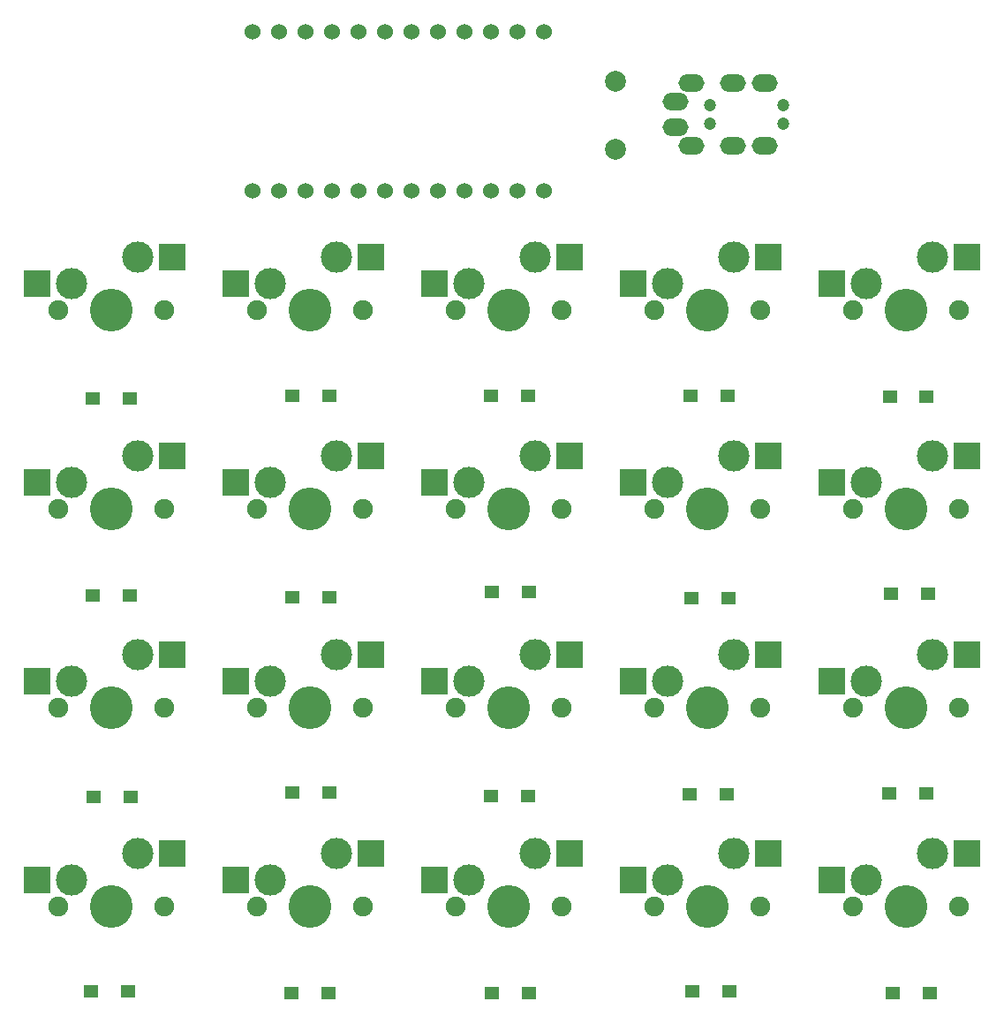
<source format=gbr>
%TF.GenerationSoftware,KiCad,Pcbnew,7.0.1-0*%
%TF.CreationDate,2023-08-16T18:45:31+09:00*%
%TF.ProjectId,jisaku20_right,6a697361-6b75-4323-905f-72696768742e,rev?*%
%TF.SameCoordinates,Original*%
%TF.FileFunction,Soldermask,Bot*%
%TF.FilePolarity,Negative*%
%FSLAX46Y46*%
G04 Gerber Fmt 4.6, Leading zero omitted, Abs format (unit mm)*
G04 Created by KiCad (PCBNEW 7.0.1-0) date 2023-08-16 18:45:31*
%MOMM*%
%LPD*%
G01*
G04 APERTURE LIST*
%ADD10C,1.900000*%
%ADD11C,3.000000*%
%ADD12C,4.100000*%
%ADD13R,2.550000X2.500000*%
%ADD14C,1.524000*%
%ADD15C,1.200000*%
%ADD16O,2.500000X1.700000*%
%ADD17R,1.400000X1.300000*%
%ADD18C,2.000000*%
G04 APERTURE END LIST*
D10*
%TO.C,SW15*%
X71120000Y-38100000D03*
D11*
X72390000Y-35560000D03*
D12*
X76200000Y-38100000D03*
D11*
X78740000Y-33020000D03*
D10*
X81280000Y-38100000D03*
D13*
X69115000Y-35560000D03*
X82042000Y-33020000D03*
%TD*%
D10*
%TO.C,SW1*%
X-5080000Y0D03*
D11*
X-3810000Y2540000D03*
D12*
X0Y0D03*
D11*
X2540000Y5080000D03*
D10*
X5080000Y0D03*
D13*
X-7085000Y2540000D03*
X5842000Y5080000D03*
%TD*%
D14*
%TO.C,U1*%
X13590000Y26652800D03*
X16130000Y26652800D03*
X18670000Y26652800D03*
X21210000Y26652800D03*
X23750000Y26652800D03*
X26290000Y26652800D03*
X28830000Y26652800D03*
X31370000Y26652800D03*
X33910000Y26652800D03*
X36450000Y26652800D03*
X38990000Y26652800D03*
X41530000Y26652800D03*
X41530000Y11432800D03*
X38990000Y11432800D03*
X36450000Y11432800D03*
X33910000Y11432800D03*
X31370000Y11432800D03*
X28830000Y11432800D03*
X26290000Y11432800D03*
X23750000Y11432800D03*
X21210000Y11432800D03*
X18670000Y11432800D03*
X16130000Y11432800D03*
X13590000Y11432800D03*
%TD*%
D10*
%TO.C,SW14*%
X52070000Y-38100000D03*
D11*
X53340000Y-35560000D03*
D12*
X57150000Y-38100000D03*
D11*
X59690000Y-33020000D03*
D10*
X62230000Y-38100000D03*
D13*
X50065000Y-35560000D03*
X62992000Y-33020000D03*
%TD*%
D10*
%TO.C,SW2*%
X13970000Y0D03*
D11*
X15240000Y2540000D03*
D12*
X19050000Y0D03*
D11*
X21590000Y5080000D03*
D10*
X24130000Y0D03*
D13*
X11965000Y2540000D03*
X24892000Y5080000D03*
%TD*%
D10*
%TO.C,SW17*%
X13970000Y-57150000D03*
D11*
X15240000Y-54610000D03*
D12*
X19050000Y-57150000D03*
D11*
X21590000Y-52070000D03*
D10*
X24130000Y-57150000D03*
D13*
X11965000Y-54610000D03*
X24892000Y-52070000D03*
%TD*%
D10*
%TO.C,SW5*%
X71120000Y0D03*
D11*
X72390000Y2540000D03*
D12*
X76200000Y0D03*
D11*
X78740000Y5080000D03*
D10*
X81280000Y0D03*
D13*
X69115000Y2540000D03*
X82042000Y5080000D03*
%TD*%
D10*
%TO.C,SW7*%
X13970000Y-19050000D03*
D11*
X15240000Y-16510000D03*
D12*
X19050000Y-19050000D03*
D11*
X21590000Y-13970000D03*
D10*
X24130000Y-19050000D03*
D13*
X11965000Y-16510000D03*
X24892000Y-13970000D03*
%TD*%
D10*
%TO.C,SW20*%
X71120000Y-57150000D03*
D11*
X72390000Y-54610000D03*
D12*
X76200000Y-57150000D03*
D11*
X78740000Y-52070000D03*
D10*
X81280000Y-57150000D03*
D13*
X69115000Y-54610000D03*
X82042000Y-52070000D03*
%TD*%
D10*
%TO.C,SW8*%
X33020000Y-19050000D03*
D11*
X34290000Y-16510000D03*
D12*
X38100000Y-19050000D03*
D11*
X40640000Y-13970000D03*
D10*
X43180000Y-19050000D03*
D13*
X31015000Y-16510000D03*
X43942000Y-13970000D03*
%TD*%
D10*
%TO.C,SW10*%
X71120000Y-19050000D03*
D11*
X72390000Y-16510000D03*
D12*
X76200000Y-19050000D03*
D11*
X78740000Y-13970000D03*
D10*
X81280000Y-19050000D03*
D13*
X69115000Y-16510000D03*
X82042000Y-13970000D03*
%TD*%
D10*
%TO.C,SW3*%
X33020000Y0D03*
D11*
X34290000Y2540000D03*
D12*
X38100000Y0D03*
D11*
X40640000Y5080000D03*
D10*
X43180000Y0D03*
D13*
X31015000Y2540000D03*
X43942000Y5080000D03*
%TD*%
D10*
%TO.C,SW16*%
X-5080000Y-57150000D03*
D11*
X-3810000Y-54610000D03*
D12*
X0Y-57150000D03*
D11*
X2540000Y-52070000D03*
D10*
X5080000Y-57150000D03*
D13*
X-7085000Y-54610000D03*
X5842000Y-52070000D03*
%TD*%
D10*
%TO.C,SW18*%
X33020000Y-57150000D03*
D11*
X34290000Y-54610000D03*
D12*
X38100000Y-57150000D03*
D11*
X40640000Y-52070000D03*
D10*
X43180000Y-57150000D03*
D13*
X31015000Y-54610000D03*
X43942000Y-52070000D03*
%TD*%
D10*
%TO.C,SW12*%
X13970000Y-38100000D03*
D11*
X15240000Y-35560000D03*
D12*
X19050000Y-38100000D03*
D11*
X21590000Y-33020000D03*
D10*
X24130000Y-38100000D03*
D13*
X11965000Y-35560000D03*
X24892000Y-33020000D03*
%TD*%
D10*
%TO.C,SW9*%
X52070000Y-19050000D03*
D11*
X53340000Y-16510000D03*
D12*
X57150000Y-19050000D03*
D11*
X59690000Y-13970000D03*
D10*
X62230000Y-19050000D03*
D13*
X50065000Y-16510000D03*
X62992000Y-13970000D03*
%TD*%
D10*
%TO.C,SW11*%
X-5080000Y-38100000D03*
D11*
X-3810000Y-35560000D03*
D12*
X0Y-38100000D03*
D11*
X2540000Y-33020000D03*
D10*
X5080000Y-38100000D03*
D13*
X-7085000Y-35560000D03*
X5842000Y-33020000D03*
%TD*%
D10*
%TO.C,SW6*%
X-5080000Y-19050000D03*
D11*
X-3810000Y-16510000D03*
D12*
X0Y-19050000D03*
D11*
X2540000Y-13970000D03*
D10*
X5080000Y-19050000D03*
D13*
X-7085000Y-16510000D03*
X5842000Y-13970000D03*
%TD*%
D10*
%TO.C,SW4*%
X52070000Y0D03*
D11*
X53340000Y2540000D03*
D12*
X57150000Y0D03*
D11*
X59690000Y5080000D03*
D10*
X62230000Y0D03*
D13*
X50065000Y2540000D03*
X62992000Y5080000D03*
%TD*%
D10*
%TO.C,SW13*%
X33020000Y-38100000D03*
D11*
X34290000Y-35560000D03*
D12*
X38100000Y-38100000D03*
D11*
X40640000Y-33020000D03*
D10*
X43180000Y-38100000D03*
D13*
X31015000Y-35560000D03*
X43942000Y-33020000D03*
%TD*%
D10*
%TO.C,SW19*%
X52070000Y-57150000D03*
D11*
X53340000Y-54610000D03*
D12*
X57150000Y-57150000D03*
D11*
X59690000Y-52070000D03*
D10*
X62230000Y-57150000D03*
D13*
X50065000Y-54610000D03*
X62992000Y-52070000D03*
%TD*%
D15*
%TO.C,J1*%
X57430000Y17870000D03*
X64430000Y17870000D03*
X57430000Y19620000D03*
X64430000Y19620000D03*
D16*
X54130000Y17520000D03*
X54130000Y19970000D03*
X62630000Y15770000D03*
X62630000Y21720000D03*
X59630000Y15770000D03*
X59630000Y21720000D03*
X55630000Y15770000D03*
X55630000Y21720000D03*
%TD*%
D17*
%TO.C,D15*%
X74585000Y-46332500D03*
X78135000Y-46332500D03*
%TD*%
%TO.C,D11*%
X-1705000Y-46640000D03*
X1845000Y-46640000D03*
%TD*%
%TO.C,D4*%
X55555000Y-8240000D03*
X59105000Y-8240000D03*
%TD*%
%TO.C,D6*%
X-1725000Y-27340000D03*
X1825000Y-27340000D03*
%TD*%
%TO.C,D9*%
X55665000Y-27630000D03*
X59215000Y-27630000D03*
%TD*%
%TO.C,D8*%
X36535000Y-27050000D03*
X40085000Y-27050000D03*
%TD*%
%TO.C,D20*%
X74920000Y-65430000D03*
X78470000Y-65430000D03*
%TD*%
%TO.C,D17*%
X17286250Y-65430000D03*
X20836250Y-65430000D03*
%TD*%
%TO.C,D12*%
X17367500Y-46230000D03*
X20917500Y-46230000D03*
%TD*%
%TO.C,D10*%
X74795000Y-27195000D03*
X78345000Y-27195000D03*
%TD*%
%TO.C,D5*%
X74655000Y-8300000D03*
X78205000Y-8300000D03*
%TD*%
%TO.C,D13*%
X36440000Y-46537500D03*
X39990000Y-46537500D03*
%TD*%
%TO.C,D1*%
X-1745000Y-8510000D03*
X1805000Y-8510000D03*
%TD*%
%TO.C,D14*%
X55512500Y-46435000D03*
X59062500Y-46435000D03*
%TD*%
%TO.C,D7*%
X17405000Y-27485000D03*
X20955000Y-27485000D03*
%TD*%
D18*
%TO.C,SW21*%
X48360000Y15380000D03*
X48360000Y21880000D03*
%TD*%
D17*
%TO.C,D3*%
X36455000Y-8240000D03*
X40005000Y-8240000D03*
%TD*%
%TO.C,D19*%
X55708750Y-65300000D03*
X59258750Y-65300000D03*
%TD*%
%TO.C,D18*%
X36497500Y-65430000D03*
X40047500Y-65430000D03*
%TD*%
%TO.C,D16*%
X-1925000Y-65300000D03*
X1625000Y-65300000D03*
%TD*%
%TO.C,D2*%
X17355000Y-8240000D03*
X20905000Y-8240000D03*
%TD*%
M02*

</source>
